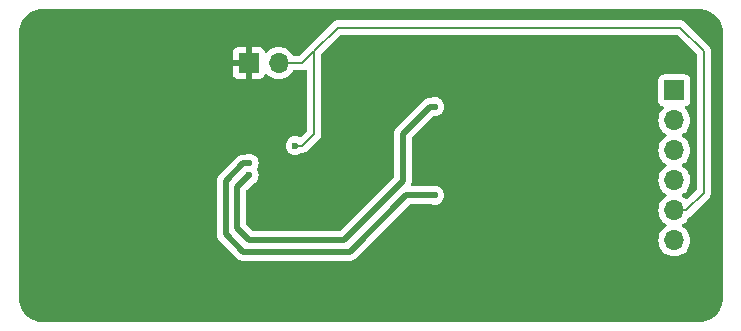
<source format=gbl>
%TF.GenerationSoftware,KiCad,Pcbnew,8.0.3*%
%TF.CreationDate,2024-06-23T18:33:08+02:00*%
%TF.ProjectId,MAX17262-breakout,4d415831-3732-4363-922d-627265616b6f,rev?*%
%TF.SameCoordinates,Original*%
%TF.FileFunction,Copper,L2,Bot*%
%TF.FilePolarity,Positive*%
%FSLAX46Y46*%
G04 Gerber Fmt 4.6, Leading zero omitted, Abs format (unit mm)*
G04 Created by KiCad (PCBNEW 8.0.3) date 2024-06-23 18:33:08*
%MOMM*%
%LPD*%
G01*
G04 APERTURE LIST*
%TA.AperFunction,ComponentPad*%
%ADD10R,1.700000X1.700000*%
%TD*%
%TA.AperFunction,ComponentPad*%
%ADD11O,1.700000X1.700000*%
%TD*%
%TA.AperFunction,ViaPad*%
%ADD12C,0.600000*%
%TD*%
%TA.AperFunction,Conductor*%
%ADD13C,0.500000*%
%TD*%
%TA.AperFunction,Conductor*%
%ADD14C,0.200000*%
%TD*%
G04 APERTURE END LIST*
D10*
%TO.P,J4,1,Pin_1*%
%TO.N,GND*%
X79960000Y-82000000D03*
D11*
%TO.P,J4,2,Pin_2*%
%TO.N,ALRT*%
X82500000Y-82000000D03*
%TD*%
D10*
%TO.P,J5,1,SYSPWR*%
%TO.N,Net-(IC1-SYS)*%
X116000000Y-84325000D03*
D11*
%TO.P,J5,2,SDA*%
%TO.N,SDA*%
X116000000Y-86865000D03*
%TO.P,J5,3,3.3v*%
%TO.N,Net-(J5-3.3v)*%
X116000000Y-89405000D03*
%TO.P,J5,4,SCL*%
%TO.N,SCL*%
X116000000Y-91945000D03*
%TO.P,J5,5,ALRT*%
%TO.N,ALRT*%
X116000000Y-94485000D03*
%TO.P,J5,6,SYSGND*%
%TO.N,Net-(J1-BAT-)*%
X116000000Y-97025000D03*
%TD*%
D12*
%TO.N,SDA*%
X95700000Y-85700000D03*
X80000000Y-91500000D03*
%TO.N,SCL*%
X95700000Y-93200000D03*
X80000000Y-90500000D03*
%TO.N,GND*%
X87000000Y-87500000D03*
X88000000Y-93500000D03*
X91500000Y-98000000D03*
X70000000Y-91000000D03*
%TO.N,ALRT*%
X83900000Y-89000000D03*
%TD*%
D13*
%TO.N,SDA*%
X93000000Y-92000000D02*
X93000000Y-88000000D01*
X95300000Y-85700000D02*
X95700000Y-85700000D01*
X80000000Y-91500000D02*
X79000000Y-92500000D01*
X80000000Y-97000000D02*
X88000000Y-97000000D01*
X88000000Y-97000000D02*
X93000000Y-92000000D01*
X79000000Y-96000000D02*
X80000000Y-97000000D01*
X93000000Y-88000000D02*
X95300000Y-85700000D01*
X79000000Y-92500000D02*
X79000000Y-96000000D01*
%TO.N,SCL*%
X88500000Y-98000000D02*
X93300000Y-93200000D01*
X80000000Y-90500000D02*
X79500000Y-90500000D01*
X78000000Y-96500000D02*
X79500000Y-98000000D01*
X95700000Y-93200000D02*
X93300000Y-93200000D01*
X78000000Y-92000000D02*
X78000000Y-96500000D01*
X79500000Y-90500000D02*
X78000000Y-92000000D01*
X79500000Y-98000000D02*
X88500000Y-98000000D01*
D14*
%TO.N,ALRT*%
X85500000Y-81000000D02*
X87500000Y-79000000D01*
X84500000Y-89000000D02*
X85500000Y-88000000D01*
X83900000Y-89000000D02*
X84500000Y-89000000D01*
X116500000Y-79000000D02*
X118500000Y-81000000D01*
X85500000Y-88000000D02*
X85500000Y-81000000D01*
X118500000Y-81000000D02*
X118500000Y-93000000D01*
X118500000Y-93000000D02*
X117015000Y-94485000D01*
X117015000Y-94485000D02*
X116000000Y-94485000D01*
X82500000Y-82000000D02*
X84500000Y-82000000D01*
X87500000Y-79000000D02*
X116500000Y-79000000D01*
X84500000Y-82000000D02*
X85500000Y-81000000D01*
%TD*%
%TA.AperFunction,Conductor*%
%TO.N,GND*%
G36*
X118104043Y-77425765D02*
G01*
X118352895Y-77442075D01*
X118368953Y-77444190D01*
X118576105Y-77485395D01*
X118609535Y-77492045D01*
X118625202Y-77496243D01*
X118794947Y-77553863D01*
X118857481Y-77575091D01*
X118872458Y-77581294D01*
X119081799Y-77684529D01*
X119092460Y-77689787D01*
X119106508Y-77697897D01*
X119310464Y-77834177D01*
X119323328Y-77844048D01*
X119507749Y-78005781D01*
X119519218Y-78017250D01*
X119680951Y-78201671D01*
X119690825Y-78214539D01*
X119827102Y-78418492D01*
X119835212Y-78432539D01*
X119943702Y-78652534D01*
X119949909Y-78667520D01*
X120028756Y-78899797D01*
X120032954Y-78915464D01*
X120080807Y-79156035D01*
X120082925Y-79172116D01*
X120099235Y-79420956D01*
X120099500Y-79429066D01*
X120099500Y-101920933D01*
X120099235Y-101929043D01*
X120082925Y-102177883D01*
X120080807Y-102193964D01*
X120032954Y-102434535D01*
X120028756Y-102450202D01*
X119949909Y-102682479D01*
X119943702Y-102697465D01*
X119835212Y-102917460D01*
X119827102Y-102931507D01*
X119690825Y-103135460D01*
X119680951Y-103148328D01*
X119519218Y-103332749D01*
X119507749Y-103344218D01*
X119323328Y-103505951D01*
X119310460Y-103515825D01*
X119106507Y-103652102D01*
X119092460Y-103660212D01*
X118872465Y-103768702D01*
X118857479Y-103774909D01*
X118625202Y-103853756D01*
X118609535Y-103857954D01*
X118368964Y-103905807D01*
X118352883Y-103907925D01*
X118104043Y-103924235D01*
X118095933Y-103924500D01*
X62504067Y-103924500D01*
X62495957Y-103924235D01*
X62247116Y-103907925D01*
X62231035Y-103905807D01*
X61990464Y-103857954D01*
X61974797Y-103853756D01*
X61742520Y-103774909D01*
X61727534Y-103768702D01*
X61507539Y-103660212D01*
X61493492Y-103652102D01*
X61289539Y-103515825D01*
X61276671Y-103505951D01*
X61092250Y-103344218D01*
X61080781Y-103332749D01*
X60919048Y-103148328D01*
X60909174Y-103135460D01*
X60772897Y-102931507D01*
X60764787Y-102917460D01*
X60658855Y-102702652D01*
X60656294Y-102697458D01*
X60650090Y-102682479D01*
X60571243Y-102450202D01*
X60567045Y-102434535D01*
X60559186Y-102395026D01*
X60519190Y-102193953D01*
X60517075Y-102177895D01*
X60500765Y-101929043D01*
X60500500Y-101920933D01*
X60500500Y-96573920D01*
X77249499Y-96573920D01*
X77278340Y-96718907D01*
X77278343Y-96718917D01*
X77334914Y-96855492D01*
X77367812Y-96904727D01*
X77367813Y-96904730D01*
X77417046Y-96978414D01*
X77417052Y-96978421D01*
X78637665Y-98199032D01*
X78917048Y-98478415D01*
X78917049Y-98478416D01*
X79021583Y-98582950D01*
X79021585Y-98582952D01*
X79144498Y-98665080D01*
X79144511Y-98665087D01*
X79281082Y-98721656D01*
X79281087Y-98721658D01*
X79281091Y-98721658D01*
X79281092Y-98721659D01*
X79426079Y-98750500D01*
X79426082Y-98750500D01*
X88573920Y-98750500D01*
X88671462Y-98731096D01*
X88718913Y-98721658D01*
X88855495Y-98665084D01*
X88904729Y-98632186D01*
X88978416Y-98582952D01*
X93574548Y-93986818D01*
X93635871Y-93953334D01*
X93662229Y-93950500D01*
X95400028Y-93950500D01*
X95440983Y-93957458D01*
X95520745Y-93985368D01*
X95520750Y-93985369D01*
X95699996Y-94005565D01*
X95700000Y-94005565D01*
X95700004Y-94005565D01*
X95879249Y-93985369D01*
X95879252Y-93985368D01*
X95879255Y-93985368D01*
X96049522Y-93925789D01*
X96202262Y-93829816D01*
X96329816Y-93702262D01*
X96425789Y-93549522D01*
X96485368Y-93379255D01*
X96485369Y-93379249D01*
X96505565Y-93200003D01*
X96505565Y-93199996D01*
X96485369Y-93020750D01*
X96485368Y-93020745D01*
X96450446Y-92920943D01*
X96425789Y-92850478D01*
X96329816Y-92697738D01*
X96202262Y-92570184D01*
X96049523Y-92474211D01*
X95879254Y-92414631D01*
X95879249Y-92414630D01*
X95700004Y-92394435D01*
X95699996Y-92394435D01*
X95520750Y-92414630D01*
X95520745Y-92414631D01*
X95440983Y-92442542D01*
X95400028Y-92449500D01*
X93811725Y-92449500D01*
X93744686Y-92429815D01*
X93698931Y-92377011D01*
X93688987Y-92307853D01*
X93697164Y-92278048D01*
X93717557Y-92228813D01*
X93721658Y-92218913D01*
X93750500Y-92073918D01*
X93750500Y-88362228D01*
X93770185Y-88295189D01*
X93786814Y-88274552D01*
X95528179Y-86533186D01*
X95589500Y-86499703D01*
X95629742Y-86497649D01*
X95699997Y-86505565D01*
X95700000Y-86505565D01*
X95700004Y-86505565D01*
X95879249Y-86485369D01*
X95879252Y-86485368D01*
X95879255Y-86485368D01*
X96049522Y-86425789D01*
X96202262Y-86329816D01*
X96329816Y-86202262D01*
X96425789Y-86049522D01*
X96485368Y-85879255D01*
X96486222Y-85871674D01*
X96505565Y-85700003D01*
X96505565Y-85699996D01*
X96485369Y-85520750D01*
X96485368Y-85520745D01*
X96425788Y-85350476D01*
X96383064Y-85282482D01*
X96329816Y-85197738D01*
X96202262Y-85070184D01*
X96146138Y-85034919D01*
X96049523Y-84974211D01*
X95879254Y-84914631D01*
X95879249Y-84914630D01*
X95700004Y-84894435D01*
X95699996Y-84894435D01*
X95520750Y-84914630D01*
X95520745Y-84914631D01*
X95440983Y-84942542D01*
X95400028Y-84949500D01*
X95226080Y-84949500D01*
X95081092Y-84978340D01*
X95081082Y-84978343D01*
X94944511Y-85034912D01*
X94944498Y-85034919D01*
X94821584Y-85117048D01*
X94821580Y-85117051D01*
X92417050Y-87521580D01*
X92417044Y-87521588D01*
X92367812Y-87595268D01*
X92367813Y-87595269D01*
X92334921Y-87644496D01*
X92334914Y-87644508D01*
X92278342Y-87781086D01*
X92278340Y-87781092D01*
X92249500Y-87926079D01*
X92249500Y-91637770D01*
X92229815Y-91704809D01*
X92213181Y-91725451D01*
X87725451Y-96213181D01*
X87664128Y-96246666D01*
X87637770Y-96249500D01*
X80362229Y-96249500D01*
X80295190Y-96229815D01*
X80274548Y-96213181D01*
X79786819Y-95725451D01*
X79753334Y-95664128D01*
X79750500Y-95637770D01*
X79750500Y-92862228D01*
X79770185Y-92795189D01*
X79786815Y-92774551D01*
X80308059Y-92253306D01*
X80344132Y-92230657D01*
X80343244Y-92228813D01*
X80349515Y-92225792D01*
X80349516Y-92225790D01*
X80349522Y-92225789D01*
X80502262Y-92129816D01*
X80629816Y-92002262D01*
X80725789Y-91849522D01*
X80785368Y-91679255D01*
X80789283Y-91644508D01*
X80805565Y-91500003D01*
X80805565Y-91499996D01*
X80785369Y-91320750D01*
X80785368Y-91320745D01*
X80725788Y-91150475D01*
X80672691Y-91065973D01*
X80653690Y-90998736D01*
X80672691Y-90934027D01*
X80725788Y-90849524D01*
X80757165Y-90759855D01*
X80785368Y-90679255D01*
X80785369Y-90679249D01*
X80805565Y-90500003D01*
X80805565Y-90499996D01*
X80785369Y-90320750D01*
X80785368Y-90320745D01*
X80725788Y-90150476D01*
X80629815Y-89997737D01*
X80502262Y-89870184D01*
X80349523Y-89774211D01*
X80179254Y-89714631D01*
X80179249Y-89714630D01*
X80000004Y-89694435D01*
X79999996Y-89694435D01*
X79820750Y-89714630D01*
X79820745Y-89714631D01*
X79740983Y-89742542D01*
X79700028Y-89749500D01*
X79426080Y-89749500D01*
X79281092Y-89778340D01*
X79281082Y-89778343D01*
X79144511Y-89834912D01*
X79144498Y-89834919D01*
X79021584Y-89917048D01*
X79021580Y-89917051D01*
X77417052Y-91521578D01*
X77417049Y-91521581D01*
X77382080Y-91573916D01*
X77382081Y-91573917D01*
X77334913Y-91644508D01*
X77278343Y-91781082D01*
X77278340Y-91781092D01*
X77249500Y-91926079D01*
X77249500Y-91926082D01*
X77249500Y-96573918D01*
X77249500Y-96573920D01*
X77249499Y-96573920D01*
X60500500Y-96573920D01*
X60500500Y-81102155D01*
X78610000Y-81102155D01*
X78610000Y-81750000D01*
X79526988Y-81750000D01*
X79494075Y-81807007D01*
X79460000Y-81934174D01*
X79460000Y-82065826D01*
X79494075Y-82192993D01*
X79526988Y-82250000D01*
X78610000Y-82250000D01*
X78610000Y-82897844D01*
X78616401Y-82957372D01*
X78616403Y-82957379D01*
X78666645Y-83092086D01*
X78666649Y-83092093D01*
X78752809Y-83207187D01*
X78752812Y-83207190D01*
X78867906Y-83293350D01*
X78867913Y-83293354D01*
X79002620Y-83343596D01*
X79002627Y-83343598D01*
X79062155Y-83349999D01*
X79062172Y-83350000D01*
X79710000Y-83350000D01*
X79710000Y-82433012D01*
X79767007Y-82465925D01*
X79894174Y-82500000D01*
X80025826Y-82500000D01*
X80152993Y-82465925D01*
X80210000Y-82433012D01*
X80210000Y-83350000D01*
X80857828Y-83350000D01*
X80857844Y-83349999D01*
X80917372Y-83343598D01*
X80917379Y-83343596D01*
X81052086Y-83293354D01*
X81052093Y-83293350D01*
X81167187Y-83207190D01*
X81167190Y-83207187D01*
X81253350Y-83092093D01*
X81253354Y-83092086D01*
X81302422Y-82960529D01*
X81344293Y-82904595D01*
X81409757Y-82880178D01*
X81478030Y-82895030D01*
X81506285Y-82916181D01*
X81628599Y-83038495D01*
X81705135Y-83092086D01*
X81822165Y-83174032D01*
X81822167Y-83174033D01*
X81822170Y-83174035D01*
X82036337Y-83273903D01*
X82264592Y-83335063D01*
X82435319Y-83350000D01*
X82499999Y-83355659D01*
X82500000Y-83355659D01*
X82500001Y-83355659D01*
X82564681Y-83350000D01*
X82735408Y-83335063D01*
X82963663Y-83273903D01*
X83177830Y-83174035D01*
X83371401Y-83038495D01*
X83538495Y-82871401D01*
X83674035Y-82677830D01*
X83676707Y-82672097D01*
X83722878Y-82619658D01*
X83789091Y-82600500D01*
X84413331Y-82600500D01*
X84413347Y-82600501D01*
X84420943Y-82600501D01*
X84579054Y-82600501D01*
X84579057Y-82600501D01*
X84731785Y-82559577D01*
X84731786Y-82559576D01*
X84739636Y-82557473D01*
X84740263Y-82559813D01*
X84797505Y-82553654D01*
X84859987Y-82584923D01*
X84895645Y-82645009D01*
X84899500Y-82675686D01*
X84899500Y-87699901D01*
X84879815Y-87766940D01*
X84863181Y-87787582D01*
X84397457Y-88253305D01*
X84336134Y-88286790D01*
X84266442Y-88281806D01*
X84256066Y-88276674D01*
X84255798Y-88277233D01*
X84249518Y-88274209D01*
X84079262Y-88214633D01*
X84079249Y-88214630D01*
X83900004Y-88194435D01*
X83899996Y-88194435D01*
X83720750Y-88214630D01*
X83720745Y-88214631D01*
X83550476Y-88274211D01*
X83397737Y-88370184D01*
X83270184Y-88497737D01*
X83174211Y-88650476D01*
X83114631Y-88820745D01*
X83114630Y-88820750D01*
X83094435Y-88999996D01*
X83094435Y-89000003D01*
X83114630Y-89179249D01*
X83114631Y-89179254D01*
X83174211Y-89349523D01*
X83270184Y-89502262D01*
X83397738Y-89629816D01*
X83414603Y-89640413D01*
X83532721Y-89714632D01*
X83550478Y-89725789D01*
X83688860Y-89774211D01*
X83720745Y-89785368D01*
X83720750Y-89785369D01*
X83899996Y-89805565D01*
X83900000Y-89805565D01*
X83900004Y-89805565D01*
X84079249Y-89785369D01*
X84079252Y-89785368D01*
X84079255Y-89785368D01*
X84249522Y-89725789D01*
X84402262Y-89629816D01*
X84402266Y-89629811D01*
X84405097Y-89627555D01*
X84407275Y-89626665D01*
X84408158Y-89626111D01*
X84408255Y-89626265D01*
X84469784Y-89601146D01*
X84482411Y-89600501D01*
X84579054Y-89600501D01*
X84579057Y-89600501D01*
X84731785Y-89559577D01*
X84781904Y-89530639D01*
X84868716Y-89480520D01*
X84980520Y-89368716D01*
X84980520Y-89368714D01*
X84990728Y-89358507D01*
X84990729Y-89358504D01*
X85980520Y-88368716D01*
X86059577Y-88231784D01*
X86100501Y-88079057D01*
X86100501Y-87920942D01*
X86100501Y-87913347D01*
X86100500Y-87913329D01*
X86100500Y-81300097D01*
X86120185Y-81233058D01*
X86136819Y-81212416D01*
X87712416Y-79636819D01*
X87773739Y-79603334D01*
X87800097Y-79600500D01*
X116199903Y-79600500D01*
X116266942Y-79620185D01*
X116287584Y-79636819D01*
X117863181Y-81212416D01*
X117896666Y-81273739D01*
X117899500Y-81300097D01*
X117899500Y-92699902D01*
X117879815Y-92766941D01*
X117863181Y-92787583D01*
X117125511Y-93525253D01*
X117064188Y-93558738D01*
X116994496Y-93553754D01*
X116950149Y-93525253D01*
X116871402Y-93446506D01*
X116871396Y-93446501D01*
X116685842Y-93316575D01*
X116642217Y-93261998D01*
X116635023Y-93192500D01*
X116666546Y-93130145D01*
X116685842Y-93113425D01*
X116818195Y-93020750D01*
X116871401Y-92983495D01*
X117038495Y-92816401D01*
X117174035Y-92622830D01*
X117273903Y-92408663D01*
X117335063Y-92180408D01*
X117355659Y-91945000D01*
X117335063Y-91709592D01*
X117284685Y-91521578D01*
X117273905Y-91481344D01*
X117273904Y-91481343D01*
X117273903Y-91481337D01*
X117174035Y-91267171D01*
X117038495Y-91073599D01*
X117038494Y-91073597D01*
X116871402Y-90906506D01*
X116871396Y-90906501D01*
X116685842Y-90776575D01*
X116642217Y-90721998D01*
X116635023Y-90652500D01*
X116666546Y-90590145D01*
X116685842Y-90573425D01*
X116790699Y-90500003D01*
X116871401Y-90443495D01*
X117038495Y-90276401D01*
X117174035Y-90082830D01*
X117273903Y-89868663D01*
X117335063Y-89640408D01*
X117355659Y-89405000D01*
X117352484Y-89368716D01*
X117335063Y-89169596D01*
X117335063Y-89169592D01*
X117273903Y-88941337D01*
X117174035Y-88727171D01*
X117120335Y-88650478D01*
X117038494Y-88533597D01*
X116871402Y-88366506D01*
X116871396Y-88366501D01*
X116685842Y-88236575D01*
X116642217Y-88181998D01*
X116635023Y-88112500D01*
X116666546Y-88050145D01*
X116685842Y-88033425D01*
X116839143Y-87926082D01*
X116871401Y-87903495D01*
X117038495Y-87736401D01*
X117174035Y-87542830D01*
X117273903Y-87328663D01*
X117335063Y-87100408D01*
X117355659Y-86865000D01*
X117335063Y-86629592D01*
X117273903Y-86401337D01*
X117174035Y-86187171D01*
X117077653Y-86049523D01*
X117038496Y-85993600D01*
X117038495Y-85993599D01*
X116916567Y-85871671D01*
X116883084Y-85810351D01*
X116888068Y-85740659D01*
X116929939Y-85684725D01*
X116960915Y-85667810D01*
X117092331Y-85618796D01*
X117207546Y-85532546D01*
X117293796Y-85417331D01*
X117344091Y-85282483D01*
X117350500Y-85222873D01*
X117350499Y-83427128D01*
X117344091Y-83367517D01*
X117339668Y-83355659D01*
X117293797Y-83232671D01*
X117293793Y-83232664D01*
X117207547Y-83117455D01*
X117207544Y-83117452D01*
X117092335Y-83031206D01*
X117092328Y-83031202D01*
X116957482Y-82980908D01*
X116957483Y-82980908D01*
X116897883Y-82974501D01*
X116897881Y-82974500D01*
X116897873Y-82974500D01*
X116897864Y-82974500D01*
X115102129Y-82974500D01*
X115102123Y-82974501D01*
X115042516Y-82980908D01*
X114907671Y-83031202D01*
X114907664Y-83031206D01*
X114792455Y-83117452D01*
X114792452Y-83117455D01*
X114706206Y-83232664D01*
X114706202Y-83232671D01*
X114655908Y-83367517D01*
X114649501Y-83427116D01*
X114649501Y-83427123D01*
X114649500Y-83427135D01*
X114649500Y-85222870D01*
X114649501Y-85222876D01*
X114655908Y-85282483D01*
X114706202Y-85417328D01*
X114706206Y-85417335D01*
X114792452Y-85532544D01*
X114792455Y-85532547D01*
X114907664Y-85618793D01*
X114907671Y-85618797D01*
X115039081Y-85667810D01*
X115095015Y-85709681D01*
X115119432Y-85775145D01*
X115104580Y-85843418D01*
X115083430Y-85871673D01*
X114961503Y-85993600D01*
X114825965Y-86187169D01*
X114825964Y-86187171D01*
X114726098Y-86401335D01*
X114726094Y-86401344D01*
X114664938Y-86629586D01*
X114664936Y-86629596D01*
X114644341Y-86864999D01*
X114644341Y-86865000D01*
X114664936Y-87100403D01*
X114664938Y-87100413D01*
X114726094Y-87328655D01*
X114726096Y-87328659D01*
X114726097Y-87328663D01*
X114816056Y-87521580D01*
X114825965Y-87542830D01*
X114825967Y-87542834D01*
X114961501Y-87736395D01*
X114961506Y-87736402D01*
X115128597Y-87903493D01*
X115128603Y-87903498D01*
X115314158Y-88033425D01*
X115357783Y-88088002D01*
X115364977Y-88157500D01*
X115333454Y-88219855D01*
X115314158Y-88236575D01*
X115128597Y-88366505D01*
X114961505Y-88533597D01*
X114825965Y-88727169D01*
X114825964Y-88727171D01*
X114726098Y-88941335D01*
X114726094Y-88941344D01*
X114664938Y-89169586D01*
X114664936Y-89169596D01*
X114644341Y-89404999D01*
X114644341Y-89405000D01*
X114664936Y-89640403D01*
X114664938Y-89640413D01*
X114726094Y-89868655D01*
X114726096Y-89868659D01*
X114726097Y-89868663D01*
X114786286Y-89997738D01*
X114825965Y-90082830D01*
X114825967Y-90082834D01*
X114961501Y-90276395D01*
X114961506Y-90276402D01*
X115128597Y-90443493D01*
X115128603Y-90443498D01*
X115314158Y-90573425D01*
X115357783Y-90628002D01*
X115364977Y-90697500D01*
X115333454Y-90759855D01*
X115314158Y-90776575D01*
X115128597Y-90906505D01*
X114961505Y-91073597D01*
X114825965Y-91267169D01*
X114825964Y-91267171D01*
X114726098Y-91481335D01*
X114726094Y-91481344D01*
X114664938Y-91709586D01*
X114664936Y-91709596D01*
X114644341Y-91944999D01*
X114644341Y-91945000D01*
X114664936Y-92180403D01*
X114664938Y-92180413D01*
X114726094Y-92408655D01*
X114726096Y-92408659D01*
X114726097Y-92408663D01*
X114745140Y-92449500D01*
X114825965Y-92622830D01*
X114825967Y-92622834D01*
X114961501Y-92816395D01*
X114961506Y-92816402D01*
X115128597Y-92983493D01*
X115128603Y-92983498D01*
X115314158Y-93113425D01*
X115357783Y-93168002D01*
X115364977Y-93237500D01*
X115333454Y-93299855D01*
X115314158Y-93316575D01*
X115128597Y-93446505D01*
X114961505Y-93613597D01*
X114825965Y-93807169D01*
X114825964Y-93807171D01*
X114726098Y-94021335D01*
X114726094Y-94021344D01*
X114664938Y-94249586D01*
X114664936Y-94249596D01*
X114644341Y-94484999D01*
X114644341Y-94485000D01*
X114664936Y-94720403D01*
X114664938Y-94720413D01*
X114726094Y-94948655D01*
X114726096Y-94948659D01*
X114726097Y-94948663D01*
X114793833Y-95093922D01*
X114825965Y-95162830D01*
X114825967Y-95162834D01*
X114961501Y-95356395D01*
X114961506Y-95356402D01*
X115128597Y-95523493D01*
X115128603Y-95523498D01*
X115314158Y-95653425D01*
X115357783Y-95708002D01*
X115364977Y-95777500D01*
X115333454Y-95839855D01*
X115314158Y-95856575D01*
X115128597Y-95986505D01*
X114961505Y-96153597D01*
X114825965Y-96347169D01*
X114825964Y-96347171D01*
X114726098Y-96561335D01*
X114726094Y-96561344D01*
X114664938Y-96789586D01*
X114664936Y-96789596D01*
X114644341Y-97024999D01*
X114644341Y-97025000D01*
X114664936Y-97260403D01*
X114664938Y-97260413D01*
X114726094Y-97488655D01*
X114726096Y-97488659D01*
X114726097Y-97488663D01*
X114825965Y-97702830D01*
X114825967Y-97702834D01*
X114934281Y-97857521D01*
X114961505Y-97896401D01*
X115128599Y-98063495D01*
X115225384Y-98131265D01*
X115322165Y-98199032D01*
X115322167Y-98199033D01*
X115322170Y-98199035D01*
X115536337Y-98298903D01*
X115764592Y-98360063D01*
X115952918Y-98376539D01*
X115999999Y-98380659D01*
X116000000Y-98380659D01*
X116000001Y-98380659D01*
X116039234Y-98377226D01*
X116235408Y-98360063D01*
X116463663Y-98298903D01*
X116677830Y-98199035D01*
X116871401Y-98063495D01*
X117038495Y-97896401D01*
X117174035Y-97702830D01*
X117273903Y-97488663D01*
X117335063Y-97260408D01*
X117355659Y-97025000D01*
X117335063Y-96789592D01*
X117273903Y-96561337D01*
X117174035Y-96347171D01*
X117105646Y-96249500D01*
X117038494Y-96153597D01*
X116871402Y-95986506D01*
X116871396Y-95986501D01*
X116685842Y-95856575D01*
X116642217Y-95801998D01*
X116635023Y-95732500D01*
X116666546Y-95670145D01*
X116685842Y-95653425D01*
X116708200Y-95637770D01*
X116871401Y-95523495D01*
X117038495Y-95356401D01*
X117174035Y-95162830D01*
X117206167Y-95093921D01*
X117252339Y-95041482D01*
X117256526Y-95038952D01*
X117296904Y-95015639D01*
X117383716Y-94965520D01*
X117495520Y-94853716D01*
X117495520Y-94853714D01*
X117505728Y-94843507D01*
X117505730Y-94843504D01*
X118858506Y-93490728D01*
X118858511Y-93490724D01*
X118868714Y-93480520D01*
X118868716Y-93480520D01*
X118980520Y-93368716D01*
X119035252Y-93273917D01*
X119059577Y-93231785D01*
X119100500Y-93079057D01*
X119100500Y-92920943D01*
X119100500Y-80920943D01*
X119068224Y-80800490D01*
X119059577Y-80768215D01*
X119059577Y-80768214D01*
X118988058Y-80644341D01*
X118988056Y-80644338D01*
X118980520Y-80631284D01*
X118980518Y-80631282D01*
X118980517Y-80631280D01*
X118864397Y-80515160D01*
X118864374Y-80515139D01*
X116987590Y-78638355D01*
X116987588Y-78638352D01*
X116868717Y-78519481D01*
X116868716Y-78519480D01*
X116781904Y-78469360D01*
X116781904Y-78469359D01*
X116781900Y-78469358D01*
X116731785Y-78440423D01*
X116579057Y-78399499D01*
X116420943Y-78399499D01*
X116413347Y-78399499D01*
X116413331Y-78399500D01*
X87579057Y-78399500D01*
X87420943Y-78399500D01*
X87268215Y-78440423D01*
X87268214Y-78440423D01*
X87268212Y-78440424D01*
X87268209Y-78440425D01*
X87218096Y-78469359D01*
X87218095Y-78469360D01*
X87174689Y-78494420D01*
X87131285Y-78519479D01*
X87131282Y-78519481D01*
X85131284Y-80519480D01*
X84287584Y-81363181D01*
X84226261Y-81396666D01*
X84199903Y-81399500D01*
X83789091Y-81399500D01*
X83722052Y-81379815D01*
X83676711Y-81327909D01*
X83674037Y-81322175D01*
X83674034Y-81322170D01*
X83658578Y-81300097D01*
X83538495Y-81128599D01*
X83538494Y-81128597D01*
X83371402Y-80961506D01*
X83371395Y-80961501D01*
X83177834Y-80825967D01*
X83177830Y-80825965D01*
X83053987Y-80768216D01*
X82963663Y-80726097D01*
X82963659Y-80726096D01*
X82963655Y-80726094D01*
X82735413Y-80664938D01*
X82735403Y-80664936D01*
X82500001Y-80644341D01*
X82499999Y-80644341D01*
X82264596Y-80664936D01*
X82264586Y-80664938D01*
X82036344Y-80726094D01*
X82036335Y-80726098D01*
X81822171Y-80825964D01*
X81822169Y-80825965D01*
X81628600Y-80961503D01*
X81506284Y-81083819D01*
X81444961Y-81117303D01*
X81375269Y-81112319D01*
X81319336Y-81070447D01*
X81302421Y-81039470D01*
X81253354Y-80907913D01*
X81253350Y-80907906D01*
X81167190Y-80792812D01*
X81167187Y-80792809D01*
X81052093Y-80706649D01*
X81052086Y-80706645D01*
X80917379Y-80656403D01*
X80917372Y-80656401D01*
X80857844Y-80650000D01*
X80210000Y-80650000D01*
X80210000Y-81566988D01*
X80152993Y-81534075D01*
X80025826Y-81500000D01*
X79894174Y-81500000D01*
X79767007Y-81534075D01*
X79710000Y-81566988D01*
X79710000Y-80650000D01*
X79062155Y-80650000D01*
X79002627Y-80656401D01*
X79002620Y-80656403D01*
X78867913Y-80706645D01*
X78867906Y-80706649D01*
X78752812Y-80792809D01*
X78752809Y-80792812D01*
X78666649Y-80907906D01*
X78666645Y-80907913D01*
X78616403Y-81042620D01*
X78616401Y-81042627D01*
X78610000Y-81102155D01*
X60500500Y-81102155D01*
X60500500Y-79429066D01*
X60500765Y-79420956D01*
X60504819Y-79359108D01*
X60517075Y-79172102D01*
X60519190Y-79156048D01*
X60567045Y-78915462D01*
X60571243Y-78899797D01*
X60594337Y-78831762D01*
X60650093Y-78667512D01*
X60656291Y-78652547D01*
X60764790Y-78432533D01*
X60772893Y-78418498D01*
X60909182Y-78214527D01*
X60919039Y-78201681D01*
X61080786Y-78017244D01*
X61092244Y-78005786D01*
X61276681Y-77844039D01*
X61289527Y-77834182D01*
X61493498Y-77697893D01*
X61507533Y-77689790D01*
X61727547Y-77581291D01*
X61742512Y-77575093D01*
X61906762Y-77519337D01*
X61974797Y-77496243D01*
X61990464Y-77492045D01*
X62231048Y-77444190D01*
X62247102Y-77442075D01*
X62495957Y-77425765D01*
X62504067Y-77425500D01*
X62565892Y-77425500D01*
X118034108Y-77425500D01*
X118095933Y-77425500D01*
X118104043Y-77425765D01*
G37*
%TD.AperFunction*%
%TD*%
M02*

</source>
